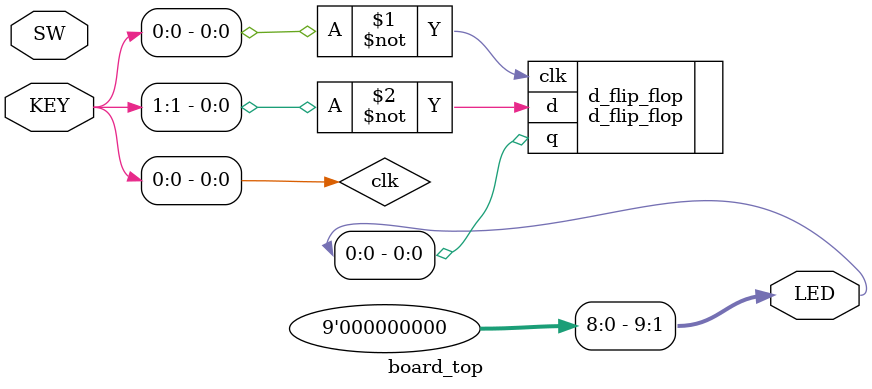
<source format=v>
module board_top
(
    input  [ 1:0] KEY,
    input  [ 9:0] SW,
    output [ 9:0] LED
);
    wire clk;

    `ifdef VIVADO_SYNTHESIS
        IBUF IBUF (.I(KEY[0]), .O(clk));
    `else
        assign clk = KEY[0];
    `endif

    assign LED[9:1] = 8'b0;

    d_flip_flop d_flip_flop
    (
        .clk ( ~clk ),
        .d   ( ~KEY [1] ),
        .q   (  LED [0] )
    );

endmodule

</source>
